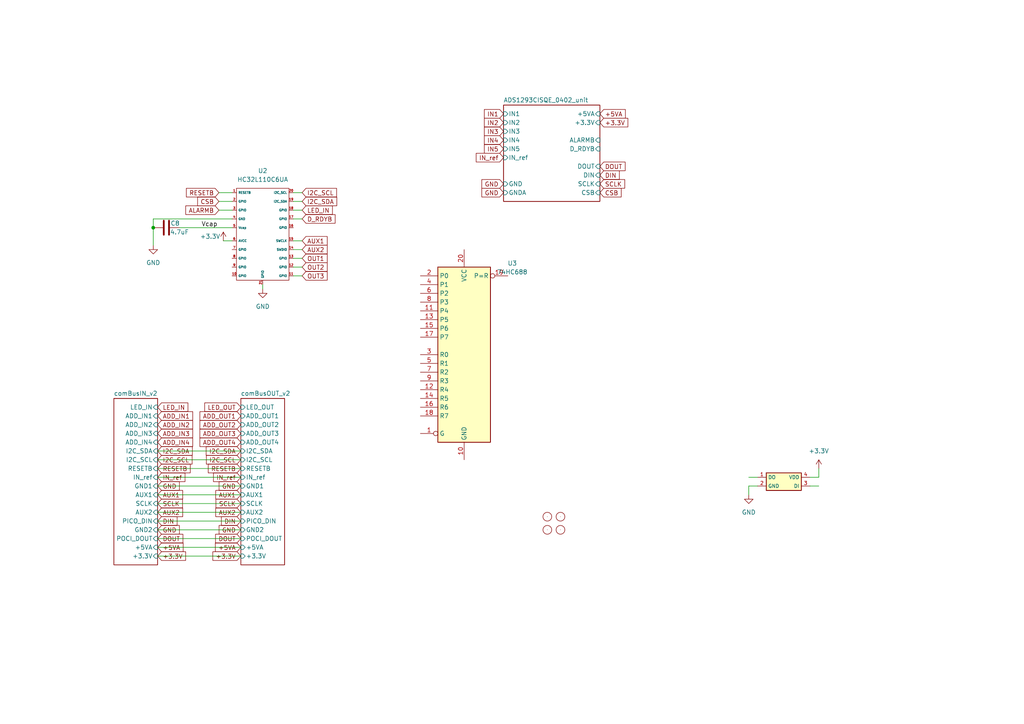
<source format=kicad_sch>
(kicad_sch (version 20230121) (generator eeschema)
  (paper "A4")
  (lib_symbols
    (symbol "74xx:74HC688"
      (property "Reference" "U" (at -7.62 26.67 0))
      (property "Value" "74HC688" (at -7.62 -26.67 0))
      (symbol "74HC688_1_0"
        (pin input inverted (at -12.7 -22.86 0) (length 5.08) (name "G") (number "1"))
        (pin power_in line (at 0 -30.48 90) (length 5.08) (name "GND") (number "10"))
        (pin input line (at -12.7 12.7 0) (length 5.08) (name "P4") (number "11"))
        (pin input line (at -12.7 -10.16 0) (length 5.08) (name "R4") (number "12"))
        (pin input line (at -12.7 10.16 0) (length 5.08) (name "P5") (number "13"))
        (pin input line (at -12.7 -12.7 0) (length 5.08) (name "R5") (number "14"))
        (pin input line (at -12.7 7.62 0) (length 5.08) (name "P6") (number "15"))
        (pin input line (at -12.7 -15.24 0) (length 5.08) (name "R6") (number "16"))
        (pin input line (at -12.7 5.08 0) (length 5.08) (name "P7") (number "17"))
        (pin input line (at -12.7 -17.78 0) (length 5.08) (name "R7") (number "18"))
        (pin output inverted (at 12.7 22.86 180) (length 5.08) (name "P=R") (number "19"))
        (pin input line (at -12.7 22.86 0) (length 5.08) (name "P0") (number "2"))
        (pin power_in line (at 0 30.48 270) (length 5.08) (name "VCC") (number "20"))
        (pin input line (at -12.7 0 0) (length 5.08) (name "R0") (number "3"))
        (pin input line (at -12.7 20.32 0) (length 5.08) (name "P1") (number "4"))
        (pin input line (at -12.7 -2.54 0) (length 5.08) (name "R1") (number "5"))
        (pin input line (at -12.7 17.78 0) (length 5.08) (name "P2") (number "6"))
        (pin input line (at -12.7 -5.08 0) (length 5.08) (name "R2") (number "7"))
        (pin input line (at -12.7 15.24 0) (length 5.08) (name "P3") (number "8"))
        (pin input line (at -12.7 -7.62 0) (length 5.08) (name "R3") (number "9"))
      )
      (symbol "74HC688_1_1"
        (rectangle (start -7.62 25.4) (end 7.62 -25.4) (stroke (width 0.254)) (fill (type background)))
      )
    )
    (symbol "Device:C" (pin_numbers hide) (pin_names (offset 0.254))
      (property "Reference" "C" (at 0.635 2.54 0))
      (property "Value" "C" (at 0.635 -2.54 0))
      (symbol "C_0_1"
        (polyline (pts (xy -2.032 -0.762) (xy 2.032 -0.762)) (stroke (width 0.508)))
        (polyline (pts (xy -2.032 0.762) (xy 2.032 0.762)) (stroke (width 0.508)))
      )
      (symbol "C_1_1"
        (pin passive line (at 0 3.81 270) (length 2.794) (name "~") (number "1"))
        (pin passive line (at 0 -3.81 90) (length 2.794) (name "~") (number "2"))
      )
    )
    (symbol "XHSC:HC32L110C6UA"
      (property "Reference" "U" (at 0 3.81 0))
      (property "Value" "HC32L110C6UA" (at 0 1.27 0))
      (symbol "HC32L110C6UA_0_1"
        (rectangle (start 0 0) (end 15.24 -26.67))
      )
      (symbol "HC32L110C6UA_1_1"
        (pin input line (at -1.27 -1.27 0) (length 1.27) (name "P00") (number "1") (alternate "GPIO" input line) (alternate "RESETB" input line))
        (pin input line (at -1.27 -25.4 0) (length 1.27) (name "P23") (number "10") (alternate "GPIO" input line))
        (pin input line (at 16.51 -25.4 180) (length 1.27) (name "P24") (number "11") (alternate "GPIO" input line))
        (pin input line (at 16.51 -22.86 180) (length 1.27) (name "P25") (number "12") (alternate "GPIO" input line) (alternate "I2C_SDA" input line))
        (pin input line (at 16.51 -20.32 180) (length 1.27) (name "P26") (number "13") (alternate "GPIO" input line) (alternate "I2C_SCL" input line))
        (pin input line (at 16.51 -17.78 180) (length 1.27) (name "P27") (number "14") (alternate "GPIO" input line) (alternate "SWDIO" input line))
        (pin input line (at 16.51 -15.24 180) (length 1.27) (name "P31") (number "15") (alternate "GPIO" input line) (alternate "SWCLK" input line))
        (pin input line (at 16.51 -11.43 180) (length 1.27) (name "P32") (number "16") (alternate "GPIO" input line))
        (pin input line (at 16.51 -8.89 180) (length 1.27) (name "P33") (number "17") (alternate "GPIO" input line))
        (pin input line (at 16.51 -6.35 180) (length 1.27) (name "P34") (number "18") (alternate "GPIO" input line))
        (pin input line (at 16.51 -3.81 180) (length 1.27) (name "P35") (number "19") (alternate "GPIO" input line) (alternate "I2C_SDA" input line))
        (pin input line (at -1.27 -3.81 0) (length 1.27) (name "P01") (number "2") (alternate "GPIO" input line) (alternate "I2C_SDA" input line))
        (pin input line (at 16.51 -1.27 180) (length 1.27) (name "P36") (number "20") (alternate "GPIO" input line) (alternate "I2C_SCL" input line))
        (pin input line (at 7.62 -27.94 90) (length 1.27) (name "EPAD") (number "21") (alternate "GPIO" input line) (alternate "RESETB" input line))
        (pin input line (at -1.27 -6.35 0) (length 1.27) (name "P02") (number "3") (alternate "GPIO" input line) (alternate "I2C_SCL" input line))
        (pin power_in line (at -1.27 -8.89 0) (length 1.27) (name "AVSS") (number "4") (alternate "GND" power_in line))
        (pin input line (at -1.27 -11.43 0) (length 1.27) (name "Vcap") (number "5"))
        (pin power_in line (at -1.27 -15.24 0) (length 1.27) (name "AVCC") (number "6"))
        (pin input line (at -1.27 -17.78 0) (length 1.27) (name "P03") (number "7") (alternate "GPIO" input line))
        (pin input line (at -1.27 -20.32 0) (length 1.27) (name "P15") (number "8") (alternate "GPIO" input line) (alternate "I2C_SDA" input line))
        (pin input line (at -1.27 -22.86 0) (length 1.27) (name "P14") (number "9") (alternate "GPIO" input line) (alternate "I2C_SCL" input line))
      )
    )
    (symbol "custom:WS2812-2020"
      (property "Reference" "U" (at 2.54 2.54 0))
      (property "Value" "WS2812-2020" (at 7.62 -5.08 0))
      (symbol "WS2812-2020_0_0"
        (rectangle (start 2.54 1.27) (end 12.7 -3.81) (stroke (width 0.254)) (fill (type background)))
      )
      (symbol "WS2812-2020_1_1"
        (pin input line (at 0 0 0) (length 2.54) (name "DO") (number "1"))
        (pin power_in line (at 0 -2.54 0) (length 2.54) (name "GND") (number "2"))
        (pin output line (at 15.24 -2.54 180) (length 2.54) (name "DI") (number "3"))
        (pin power_in line (at 15.24 0 180) (length 2.54) (name "VDD") (number "4"))
      )
    )
    (symbol "custom:smd_insert" (pin_numbers hide) (pin_names (offset 0) hide)
      (symbol "smd_insert_0_1"
        (circle (center 0 0) (radius 1.27))
      )
      (symbol "smd_insert_1_1"
        (pin power_in line (at 0 0 180) (length 0) (name "conn") (number "1"))
      )
    )
    (symbol "power:+3.3V" (power) (pin_names (offset 0))
      (property "Value" "+3.3V" (at 0 3.556 0))
      (symbol "+3.3V_0_1"
        (polyline (pts (xy -0.762 1.27) (xy 0 2.54)))
        (polyline (pts (xy 0 0) (xy 0 2.54)))
        (polyline (pts (xy 0 2.54) (xy 0.762 1.27)))
      )
      (symbol "+3.3V_1_1"
        (pin power_in line (at 0 0 90) (length 0) hide (name "+3.3V") (number "1"))
      )
    )
    (symbol "power:GND" (power) (pin_names (offset 0))
      (property "Value" "GND" (at 0 -3.81 0))
      (symbol "GND_0_1"
        (polyline (pts (xy 0 0) (xy 0 -1.27) (xy 1.27 -1.27) (xy 0 -2.54) (xy -1.27 -1.27) (xy 0 -1.27)))
      )
      (symbol "GND_1_1"
        (pin power_in line (at 0 0 270) (length 0) hide (name "GND") (number "1"))
      )
    )
  )
  (junction (at 44.45 66.04))
  (wire (pts (xy 234.95 138.43) (xy 237.49 138.43)))
  (wire (pts (xy 67.31 63.5) (xy 44.45 63.5)))
  (wire (pts (xy 237.49 140.97) (xy 234.95 140.97)))
  (wire (pts (xy 64.77 69.85) (xy 67.31 69.85)))
  (wire (pts (xy 87.63 58.42) (xy 85.09 58.42)))
  (wire (pts (xy 87.63 60.96) (xy 85.09 60.96)))
  (wire (pts (xy 45.72 138.43) (xy 69.85 138.43)))
  (wire (pts (xy 52.07 66.04) (xy 67.31 66.04)))
  (wire (pts (xy 45.72 151.13) (xy 69.85 151.13)))
  (wire (pts (xy 63.5 60.96) (xy 67.31 60.96)))
  (wire (pts (xy 85.09 80.01) (xy 87.63 80.01)))
  (wire (pts (xy 63.5 55.88) (xy 67.31 55.88)))
  (wire (pts (xy 45.72 130.81) (xy 69.85 130.81)))
  (wire (pts (xy 45.72 158.75) (xy 69.85 158.75)))
  (wire (pts (xy 44.45 63.5) (xy 44.45 66.04)))
  (wire (pts (xy 217.17 140.97) (xy 217.17 143.51)))
  (wire (pts (xy 45.72 133.35) (xy 69.85 133.35)))
  (wire (pts (xy 45.72 148.59) (xy 69.85 148.59)))
  (wire (pts (xy 45.72 156.21) (xy 69.85 156.21)))
  (wire (pts (xy 76.2 83.82) (xy 76.2 82.55)))
  (wire (pts (xy 219.71 140.97) (xy 217.17 140.97)))
  (wire (pts (xy 87.63 55.88) (xy 85.09 55.88)))
  (wire (pts (xy 85.09 74.93) (xy 87.63 74.93)))
  (wire (pts (xy 85.09 69.85) (xy 87.63 69.85)))
  (wire (pts (xy 45.72 146.05) (xy 69.85 146.05)))
  (wire (pts (xy 45.72 135.89) (xy 69.85 135.89)))
  (wire (pts (xy 45.72 153.67) (xy 69.85 153.67)))
  (wire (pts (xy 45.72 161.29) (xy 69.85 161.29)))
  (wire (pts (xy 44.45 66.04) (xy 44.45 71.12)))
  (wire (pts (xy 63.5 58.42) (xy 67.31 58.42)))
  (wire (pts (xy 85.09 77.47) (xy 87.63 77.47)))
  (wire (pts (xy 237.49 138.43) (xy 237.49 135.89)))
  (wire (pts (xy 87.63 72.39) (xy 85.09 72.39)))
  (wire (pts (xy 45.72 140.97) (xy 69.85 140.97)))
  (wire (pts (xy 45.72 143.51) (xy 69.85 143.51)))
  (wire (pts (xy 85.09 63.5) (xy 87.63 63.5)))
  (wire (pts (xy 217.17 138.43) (xy 219.71 138.43)))
  (label "Vcap" (at 58.42 66.04 0))
  (global_label "RESETB" (shape input) (at 63.5 55.88 180) (property "Intersheetrefs" "${INTERSHEET_REFS}" (effects hide)))
  (global_label "ALARMB" (shape input) (at 63.5 60.96 180) (property "Intersheetrefs" "${INTERSHEET_REFS}" (effects hide)))
  (global_label "AUX1" (shape input) (at 45.72 143.51 0) (property "Intersheetrefs" "${INTERSHEET_REFS}" (effects hide)))
  (global_label "IN1" (shape input) (at 146.05 33.02 180) (property "Intersheetrefs" "${INTERSHEET_REFS}" (effects hide)))
  (global_label "DOUT" (shape input) (at 45.72 156.21 0) (property "Intersheetrefs" "${INTERSHEET_REFS}" (effects hide)))
  (global_label "I2C_SCL" (shape input) (at 87.63 55.88 0) (property "Intersheetrefs" "${INTERSHEET_REFS}" (effects hide)))
  (global_label "RESETB" (shape input) (at 69.85 135.89 180) (property "Intersheetrefs" "${INTERSHEET_REFS}" (effects hide)))
  (global_label "OUT1" (shape input) (at 87.63 74.93 0) (property "Intersheetrefs" "${INTERSHEET_REFS}" (effects hide)))
  (global_label "GND" (shape input) (at 146.05 53.34 180) (property "Intersheetrefs" "${INTERSHEET_REFS}" (effects hide)))
  (global_label "DIN" (shape input) (at 45.72 151.13 0) (property "Intersheetrefs" "${INTERSHEET_REFS}" (effects hide)))
  (global_label "IN_ref" (shape input) (at 69.85 138.43 180) (property "Intersheetrefs" "${INTERSHEET_REFS}" (effects hide)))
  (global_label "LED_IN" (shape input) (at 45.72 118.11 0) (property "Intersheetrefs" "${INTERSHEET_REFS}" (effects hide)))
  (global_label "GND" (shape input) (at 146.05 55.88 180) (property "Intersheetrefs" "${INTERSHEET_REFS}" (effects hide)))
  (global_label "AUX2" (shape input) (at 87.63 72.39 0) (property "Intersheetrefs" "${INTERSHEET_REFS}" (effects hide)))
  (global_label "I2C_SDA" (shape input) (at 45.72 130.81 0) (property "Intersheetrefs" "${INTERSHEET_REFS}" (effects hide)))
  (global_label "I2C_SDA" (shape input) (at 87.63 58.42 0) (property "Intersheetrefs" "${INTERSHEET_REFS}" (effects hide)))
  (global_label "ADD_IN1" (shape input) (at 45.72 120.65 0) (property "Intersheetrefs" "${INTERSHEET_REFS}" (effects hide)))
  (global_label "AUX1" (shape input) (at 69.85 143.51 180) (property "Intersheetrefs" "${INTERSHEET_REFS}" (effects hide)))
  (global_label "IN5" (shape input) (at 146.05 43.18 180) (property "Intersheetrefs" "${INTERSHEET_REFS}" (effects hide)))
  (global_label "D_RDYB" (shape input) (at 87.63 63.5 0) (property "Intersheetrefs" "${INTERSHEET_REFS}" (effects hide)))
  (global_label "GND" (shape input) (at 45.72 153.67 0) (property "Intersheetrefs" "${INTERSHEET_REFS}" (effects hide)))
  (global_label "LED_IN" (shape input) (at 87.63 60.96 0) (property "Intersheetrefs" "${INTERSHEET_REFS}" (effects hide)))
  (global_label "OUT2" (shape input) (at 87.63 77.47 0) (property "Intersheetrefs" "${INTERSHEET_REFS}" (effects hide)))
  (global_label "+3.3V" (shape input) (at 173.99 35.56 0) (property "Intersheetrefs" "${INTERSHEET_REFS}" (effects hide)))
  (global_label "+3.3V" (shape input) (at 69.85 161.29 180) (property "Intersheetrefs" "${INTERSHEET_REFS}" (effects hide)))
  (global_label "AUX2" (shape input) (at 69.85 148.59 180) (property "Intersheetrefs" "${INTERSHEET_REFS}" (effects hide)))
  (global_label "AUX2" (shape input) (at 45.72 148.59 0) (property "Intersheetrefs" "${INTERSHEET_REFS}" (effects hide)))
  (global_label "I2C_SCL" (shape input) (at 69.85 133.35 180) (property "Intersheetrefs" "${INTERSHEET_REFS}" (effects hide)))
  (global_label "OUT3" (shape input) (at 87.63 80.01 0) (property "Intersheetrefs" "${INTERSHEET_REFS}" (effects hide)))
  (global_label "RESETB" (shape input) (at 45.72 135.89 0) (property "Intersheetrefs" "${INTERSHEET_REFS}" (effects hide)))
  (global_label "DOUT" (shape input) (at 69.85 156.21 180) (property "Intersheetrefs" "${INTERSHEET_REFS}" (effects hide)))
  (global_label "IN2" (shape input) (at 146.05 35.56 180) (property "Intersheetrefs" "${INTERSHEET_REFS}" (effects hide)))
  (global_label "LED_OUT" (shape input) (at 69.85 118.11 180) (property "Intersheetrefs" "${INTERSHEET_REFS}" (effects hide)))
  (global_label "SCLK" (shape input) (at 45.72 146.05 0) (property "Intersheetrefs" "${INTERSHEET_REFS}" (effects hide)))
  (global_label "DIN" (shape input) (at 173.99 50.8 0) (property "Intersheetrefs" "${INTERSHEET_REFS}" (effects hide)))
  (global_label "IN3" (shape input) (at 146.05 38.1 180) (property "Intersheetrefs" "${INTERSHEET_REFS}" (effects hide)))
  (global_label "DOUT" (shape input) (at 173.99 48.26 0) (property "Intersheetrefs" "${INTERSHEET_REFS}" (effects hide)))
  (global_label "+5VA" (shape input) (at 45.72 158.75 0) (property "Intersheetrefs" "${INTERSHEET_REFS}" (effects hide)))
  (global_label "ADD_IN3" (shape input) (at 45.72 125.73 0) (property "Intersheetrefs" "${INTERSHEET_REFS}" (effects hide)))
  (global_label "ADD_IN2" (shape input) (at 45.72 123.19 0) (property "Intersheetrefs" "${INTERSHEET_REFS}" (effects hide)))
  (global_label "+5VA" (shape input) (at 173.99 33.02 0) (property "Intersheetrefs" "${INTERSHEET_REFS}" (effects hide)))
  (global_label "AUX1" (shape input) (at 87.63 69.85 0) (property "Intersheetrefs" "${INTERSHEET_REFS}" (effects hide)))
  (global_label "CSB" (shape input) (at 63.5 58.42 180) (property "Intersheetrefs" "${INTERSHEET_REFS}" (effects hide)))
  (global_label "GND" (shape input) (at 45.72 140.97 0) (property "Intersheetrefs" "${INTERSHEET_REFS}" (effects hide)))
  (global_label "CSB" (shape input) (at 173.99 55.88 0) (property "Intersheetrefs" "${INTERSHEET_REFS}" (effects hide)))
  (global_label "ADD_OUT4" (shape input) (at 69.85 128.27 180) (property "Intersheetrefs" "${INTERSHEET_REFS}" (effects hide)))
  (global_label "DIN" (shape input) (at 69.85 151.13 180) (property "Intersheetrefs" "${INTERSHEET_REFS}" (effects hide)))
  (global_label "IN_ref" (shape input) (at 45.72 138.43 0) (property "Intersheetrefs" "${INTERSHEET_REFS}" (effects hide)))
  (global_label "I2C_SCL" (shape input) (at 45.72 133.35 0) (property "Intersheetrefs" "${INTERSHEET_REFS}" (effects hide)))
  (global_label "ADD_IN4" (shape input) (at 45.72 128.27 0) (property "Intersheetrefs" "${INTERSHEET_REFS}" (effects hide)))
  (global_label "ADD_OUT1" (shape input) (at 69.85 120.65 180) (property "Intersheetrefs" "${INTERSHEET_REFS}" (effects hide)))
  (global_label "GND" (shape input) (at 69.85 140.97 180) (property "Intersheetrefs" "${INTERSHEET_REFS}" (effects hide)))
  (global_label "SCLK" (shape input) (at 69.85 146.05 180) (property "Intersheetrefs" "${INTERSHEET_REFS}" (effects hide)))
  (global_label "+3.3V" (shape input) (at 45.72 161.29 0) (property "Intersheetrefs" "${INTERSHEET_REFS}" (effects hide)))
  (global_label "I2C_SDA" (shape input) (at 69.85 130.81 180) (property "Intersheetrefs" "${INTERSHEET_REFS}" (effects hide)))
  (global_label "IN_ref" (shape input) (at 146.05 45.72 180) (property "Intersheetrefs" "${INTERSHEET_REFS}" (effects hide)))
  (global_label "ADD_OUT3" (shape input) (at 69.85 125.73 180) (property "Intersheetrefs" "${INTERSHEET_REFS}" (effects hide)))
  (global_label "ADD_OUT2" (shape input) (at 69.85 123.19 180) (property "Intersheetrefs" "${INTERSHEET_REFS}" (effects hide)))
  (global_label "IN4" (shape input) (at 146.05 40.64 180) (property "Intersheetrefs" "${INTERSHEET_REFS}" (effects hide)))
  (global_label "+5VA" (shape input) (at 69.85 158.75 180) (property "Intersheetrefs" "${INTERSHEET_REFS}" (effects hide)))
  (global_label "GND" (shape input) (at 69.85 153.67 180) (property "Intersheetrefs" "${INTERSHEET_REFS}" (effects hide)))
  (global_label "SCLK" (shape input) (at 173.99 53.34 0) (property "Intersheetrefs" "${INTERSHEET_REFS}" (effects hide)))
  (symbol (lib_id "74xx:74HC688") (at 134.62 102.87 0) (unit 1)
    (property "Reference" "U3" (at 148.59 76.3621 0))
    (property "Value" "74HC688" (at 148.59 78.9021 0))
    (property "Footprint" "digikey-footprints:TSSOP-20_W4.4mm_small" (effects hide))
    (property "Datasheet" "https://www.ti.com/lit/ds/symlink/cd54hc688.pdf" (effects hide))
  )
  (symbol (lib_id "custom:WS2812-2020") (at 219.71 138.43 0) (unit 1)
    (property "Reference" "LED1" (effects hide))
    (property "Value" "WS2812-2020" (effects hide))
    (property "Footprint" "00_custom-footprints:WS2812-2020" (effects hide))
  )
  (symbol (lib_id "power:GND") (at 44.45 71.12 0) (unit 1)
    (property "Reference" "#PWR0111" (effects hide))
    (property "Value" "GND" (at 44.45 76.2 0))
  )
  (symbol (lib_id "custom:smd_insert") (at 158.75 153.67 0) (unit 1)
    (property "Reference" "I2" (effects hide))
    (property "Value" "smd_insert" (effects hide))
    (property "Footprint" "00_custom-footprints:insert_1.2mm" (effects hide))
  )
  (symbol (lib_id "custom:smd_insert") (at 158.75 149.86 0) (unit 1)
    (property "Reference" "I1" (effects hide))
    (property "Value" "smd_insert" (effects hide))
    (property "Footprint" "00_custom-footprints:insert_1.2mm" (effects hide))
  )
  (symbol (lib_id "power:GND") (at 217.17 143.51 0) (unit 1)
    (property "Reference" "#PWR05" (effects hide))
    (property "Value" "GND" (at 217.17 148.59 0))
  )
  (symbol (lib_id "power:GND") (at 76.2 83.82 0) (unit 1)
    (property "Reference" "#PWR0105" (effects hide))
    (property "Value" "GND" (at 76.2 88.9 0))
  )
  (symbol (lib_id "power:+3.3V") (at 64.77 69.85 0) (unit 1)
    (property "Reference" "#PWR0110" (effects hide))
    (property "Value" "+3.3V" (at 60.96 68.58 0))
  )
  (symbol (lib_id "custom:smd_insert") (at 162.56 149.86 0) (unit 1)
    (property "Reference" "I3" (effects hide))
    (property "Value" "smd_insert" (effects hide))
    (property "Footprint" "00_custom-footprints:insert_1.2mm" (effects hide))
  )
  (symbol (lib_id "XHSC:HC32L110C6UA") (at 68.58 54.61 0) (unit 1)
    (property "Reference" "U2" (at 76.2 49.53 0))
    (property "Value" "HC32L110C6UA" (at 76.2 52.07 0))
    (property "Footprint" "00_custom-footprints:QFN-20-1EP_3x3mm_P0.4mm_EP1.4x1.4mm" (effects hide))
    (property "Datasheet" "https://datasheet.lcsc.com/lcsc/2206131716_XHSC-HC32L110B6YA-CSP16TR_C840729.pdf" (effects hide))
    (pin "1" (alternate "RESETB"))
    (pin "10" (alternate "GPIO"))
    (pin "11" (alternate "GPIO"))
    (pin "12" (alternate "GPIO"))
    (pin "13" (alternate "GPIO"))
    (pin "14" (alternate "SWDIO"))
    (pin "15" (alternate "SWCLK"))
    (pin "16" (alternate "GPIO"))
    (pin "17" (alternate "GPIO"))
    (pin "18" (alternate "GPIO"))
    (pin "19" (alternate "I2C_SDA"))
    (pin "2" (alternate "GPIO"))
    (pin "20" (alternate "I2C_SCL"))
    (pin "21" (alternate "GPIO"))
    (pin "3" (alternate "GPIO"))
    (pin "4" (alternate "GND"))
    (pin "7" (alternate "GPIO"))
    (pin "8" (alternate "GPIO"))
    (pin "9" (alternate "GPIO"))
  )
  (symbol (lib_id "Device:C") (at 48.26 66.04 90) (unit 1)
    (property "Reference" "C8" (at 50.8 64.77 90))
    (property "Value" "4.7uF" (at 52.07 67.31 90))
    (property "Footprint" "Capacitor_SMD:C_0201_0603Metric_Pad0.64x0.40mm_HandSolder" (effects hide))
  )
  (symbol (lib_id "power:+3.3V") (at 237.49 135.89 0) (unit 1)
    (property "Reference" "#PWR04" (effects hide))
    (property "Value" "+3.3V" (at 237.49 130.81 0))
  )
  (symbol (lib_id "custom:smd_insert") (at 162.56 153.67 0) (unit 1)
    (property "Reference" "I4" (effects hide))
    (property "Value" "smd_insert" (effects hide))
    (property "Footprint" "00_custom-footprints:insert_1.2mm" (effects hide))
  )
  (sheet (at 146.05 30.48) (size 27.94 27.94) (stroke (width 0.1524))
    (property "Sheetname" "ADS1293CISQE_0402_unit" (at 146.05 29.7684 0) (effects (justify left bottom)))
    (property "Sheetfile" "../../units/ADS1293CISQE_0402_unit.kicad_sch" (effects hide))
    (pin "GNDA" input (at 146.05 55.88 180))
    (pin "+5VA" input (at 173.99 33.02 0))
    (pin "GND" input (at 146.05 53.34 180))
    (pin "+3.3V" input (at 173.99 35.56 0))
    (pin "DIN" input (at 173.99 50.8 0))
    (pin "SCLK" input (at 173.99 53.34 0))
    (pin "DOUT" input (at 173.99 48.26 0))
    (pin "D_RDYB" input (at 173.99 43.18 0))
    (pin "ALARMB" input (at 173.99 40.64 0))
    (pin "IN_ref" input (at 146.05 45.72 180))
    (pin "IN5" input (at 146.05 43.18 180))
    (pin "IN3" input (at 146.05 38.1 180))
    (pin "IN1" input (at 146.05 33.02 180))
    (pin "IN2" input (at 146.05 35.56 180))
    (pin "IN4" input (at 146.05 40.64 180))
    (pin "CSB" input (at 173.99 55.88 0))
  )
  (sheet (at 33.02 115.57) (size 12.7 48.26) (stroke (width 0.1524))
    (property "Sheetname" "comBusIN_v2" (at 33.02 114.8584 0) (effects (justify left bottom)))
    (property "Sheetfile" "comBusIN_v2.kicad_sch" (effects hide))
    (pin "GND2" input (at 45.72 153.67 0))
    (pin "+3.3V" input (at 45.72 161.29 0))
    (pin "+5VA" input (at 45.72 158.75 0))
    (pin "AUX2" input (at 45.72 148.59 0))
    (pin "PICO_DIN" input (at 45.72 151.13 0))
    (pin "POCI_DOUT" input (at 45.72 156.21 0))
    (pin "ADD_IN3" input (at 45.72 125.73 0))
    (pin "I2C_SDA" input (at 45.72 130.81 0))
    (pin "ADD_IN2" input (at 45.72 123.19 0))
    (pin "I2C_SCL" input (at 45.72 133.35 0))
    (pin "ADD_IN1" input (at 45.72 120.65 0))
    (pin "ADD_IN4" input (at 45.72 128.27 0))
    (pin "AUX1" input (at 45.72 143.51 0))
    (pin "RESETB" input (at 45.72 135.89 0))
    (pin "IN_ref" input (at 45.72 138.43 0))
    (pin "GND1" input (at 45.72 140.97 0))
    (pin "SCLK" input (at 45.72 146.05 0))
    (pin "LED_IN" input (at 45.72 118.11 0))
  )
  (sheet (at 69.85 115.57) (size 12.7 48.26) (stroke (width 0.1524))
    (property "Sheetname" "comBusOUT_v2" (at 69.85 114.8584 0) (effects (justify left bottom)))
    (property "Sheetfile" "comBusOUT_v2.kicad_sch" (effects hide))
    (pin "ADD_OUT4" input (at 69.85 128.27 180))
    (pin "LED_OUT" input (at 69.85 118.11 180))
    (pin "ADD_OUT3" input (at 69.85 125.73 180))
    (pin "ADD_OUT2" input (at 69.85 123.19 180))
    (pin "ADD_OUT1" input (at 69.85 120.65 180))
    (pin "+3.3V" input (at 69.85 161.29 180))
    (pin "POCI_DOUT" input (at 69.85 156.21 180))
    (pin "PICO_DIN" input (at 69.85 151.13 180))
    (pin "GND2" input (at 69.85 153.67 180))
    (pin "SCLK" input (at 69.85 146.05 180))
    (pin "+5VA" input (at 69.85 158.75 180))
    (pin "AUX2" input (at 69.85 148.59 180))
    (pin "AUX1" input (at 69.85 143.51 180))
    (pin "GND1" input (at 69.85 140.97 180))
    (pin "IN_ref" input (at 69.85 138.43 180))
    (pin "RESETB" input (at 69.85 135.89 180))
    (pin "I2C_SCL" input (at 69.85 133.35 180))
    (pin "I2C_SDA" input (at 69.85 130.81 180))
  )
)
</source>
